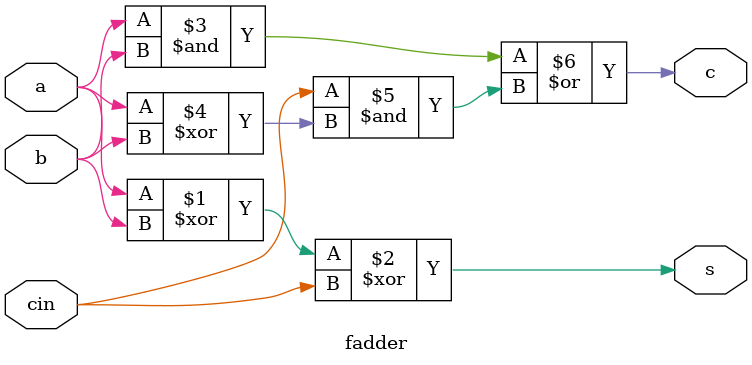
<source format=v>
module fadder(input a,b,cin, output s,c);
assign s = a ^ b ^ cin;
assign c = (a & b) | (cin & (a ^ b));
endmodule
</source>
